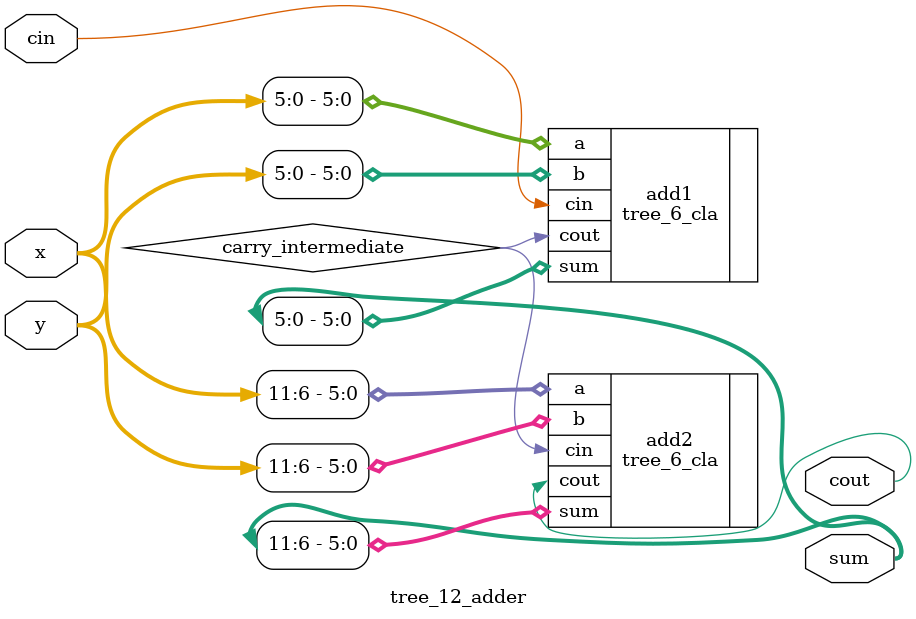
<source format=v>
`timescale 1ns / 1ps


module tree_12_adder(
    input [11:0]x,
    input [11:0]y,
    input cin,
    output cout,
    output [11:0]sum
    );
    wire carry_intermediate;
    
    tree_6_cla add1(.a(x[5-:6]), .b(y[5-:6]), .sum(sum[5-:6]), .cin(cin), .cout(carry_intermediate));
    
    tree_6_cla add2(.a(x[11-:6]), .b(y[11-:6]), .sum(sum[11-:6]), .cin(carry_intermediate), .cout(cout));
    
endmodule

</source>
